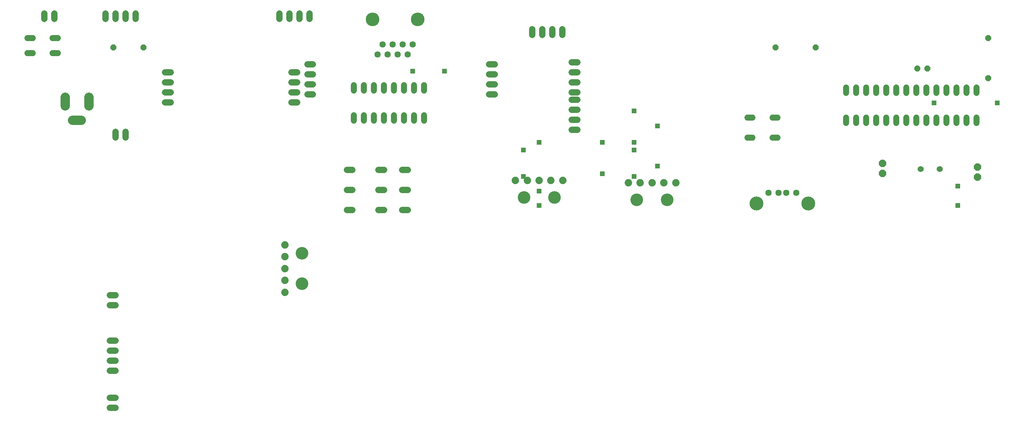
<source format=gts>
G75*
G70*
%OFA0B0*%
%FSLAX24Y24*%
%IPPOS*%
%LPD*%
%AMOC8*
5,1,8,0,0,1.08239X$1,22.5*
%
%ADD10C,0.0600*%
%ADD11OC8,0.0600*%
%ADD12OC8,0.0710*%
%ADD13C,0.0600*%
%ADD14C,0.0634*%
%ADD15C,0.1360*%
%ADD16C,0.0640*%
%ADD17C,0.1386*%
%ADD18C,0.0940*%
%ADD19C,0.0740*%
%ADD20C,0.1261*%
%ADD21R,0.0476X0.0476*%
D10*
X073370Y046480D02*
X073890Y046480D01*
X075870Y046480D02*
X076390Y046480D01*
X076390Y048480D02*
X075870Y048480D01*
X073890Y048480D02*
X073370Y048480D01*
X083217Y048468D02*
X083217Y047948D01*
X084217Y047948D02*
X084217Y048468D01*
X085217Y048468D02*
X085217Y047948D01*
X086217Y047948D02*
X086217Y048468D01*
X087217Y048468D02*
X087217Y047948D01*
X088217Y047948D02*
X088217Y048468D01*
X089217Y048468D02*
X089217Y047948D01*
X090217Y047948D02*
X090217Y048468D01*
X091217Y048468D02*
X091217Y047948D01*
X092217Y047948D02*
X092217Y048468D01*
X093217Y048468D02*
X093217Y047948D01*
X094217Y047948D02*
X094217Y048468D01*
X095217Y048468D02*
X095217Y047948D01*
X096217Y047948D02*
X096217Y048468D01*
X096217Y050948D02*
X096217Y051468D01*
X095217Y051468D02*
X095217Y050948D01*
X094217Y050948D02*
X094217Y051468D01*
X093217Y051468D02*
X093217Y050948D01*
X092217Y050948D02*
X092217Y051468D01*
X091217Y051468D02*
X091217Y050948D01*
X090217Y050948D02*
X090217Y051468D01*
X089217Y051468D02*
X089217Y050948D01*
X088217Y050948D02*
X088217Y051468D01*
X087217Y051468D02*
X087217Y050948D01*
X086217Y050948D02*
X086217Y051468D01*
X085217Y051468D02*
X085217Y050948D01*
X084217Y050948D02*
X084217Y051468D01*
X083217Y051468D02*
X083217Y050948D01*
X041150Y051196D02*
X041150Y051716D01*
X040150Y051716D02*
X040150Y051196D01*
X039150Y051196D02*
X039150Y051716D01*
X038150Y051716D02*
X038150Y051196D01*
X037150Y051196D02*
X037150Y051716D01*
X036150Y051716D02*
X036150Y051196D01*
X035150Y051196D02*
X035150Y051716D01*
X034150Y051716D02*
X034150Y051196D01*
X034150Y048716D02*
X034150Y048196D01*
X035150Y048196D02*
X035150Y048716D01*
X036150Y048716D02*
X036150Y048196D01*
X037150Y048196D02*
X037150Y048716D01*
X038150Y048716D02*
X038150Y048196D01*
X039150Y048196D02*
X039150Y048716D01*
X040150Y048716D02*
X040150Y048196D01*
X041150Y048196D02*
X041150Y048716D01*
X004627Y054929D02*
X004107Y054929D01*
X004107Y056429D02*
X004627Y056429D01*
X002127Y056429D02*
X001607Y056429D01*
X001607Y054929D02*
X002127Y054929D01*
D11*
X010166Y055468D03*
X013166Y055468D03*
X076182Y055484D03*
X080182Y055484D03*
X090308Y053378D03*
X091308Y053378D03*
X097371Y052421D03*
X097371Y056421D03*
D12*
X086847Y043909D03*
X086847Y042909D03*
X096296Y042547D03*
X096296Y043547D03*
D13*
X092533Y043342D03*
X090633Y043342D03*
D14*
X078237Y040980D03*
X077252Y040980D03*
X076465Y040980D03*
X075481Y040980D03*
X040026Y055767D03*
X039026Y055767D03*
X038026Y055767D03*
X037026Y055767D03*
X036526Y054767D03*
X037526Y054767D03*
X038526Y054767D03*
X039526Y054767D03*
D15*
X040526Y058267D03*
X036026Y058267D03*
D16*
X010371Y019535D02*
X009811Y019535D01*
X009811Y020535D02*
X010371Y020535D01*
X010371Y023259D02*
X009811Y023259D01*
X009811Y024259D02*
X010371Y024259D01*
X010371Y025259D02*
X009811Y025259D01*
X009811Y026259D02*
X010371Y026259D01*
X010371Y029771D02*
X009811Y029771D01*
X009811Y030771D02*
X010371Y030771D01*
X033433Y039295D02*
X033993Y039295D01*
X036583Y039295D02*
X037143Y039295D01*
X038945Y039295D02*
X039505Y039295D01*
X039505Y041295D02*
X038945Y041295D01*
X037143Y041295D02*
X036583Y041295D01*
X033993Y041295D02*
X033433Y041295D01*
X033433Y043295D02*
X033993Y043295D01*
X036583Y043295D02*
X037143Y043295D01*
X038945Y043295D02*
X039505Y043295D01*
X028481Y050031D02*
X027921Y050031D01*
X029496Y050819D02*
X030056Y050819D01*
X030056Y051819D02*
X029496Y051819D01*
X029496Y052819D02*
X030056Y052819D01*
X030056Y053819D02*
X029496Y053819D01*
X028481Y053031D02*
X027921Y053031D01*
X027921Y052031D02*
X028481Y052031D01*
X028481Y051031D02*
X027921Y051031D01*
X027701Y058338D02*
X027701Y058898D01*
X026701Y058898D02*
X026701Y058338D01*
X028701Y058338D02*
X028701Y058898D01*
X029701Y058898D02*
X029701Y058338D01*
X015883Y053031D02*
X015323Y053031D01*
X015323Y052031D02*
X015883Y052031D01*
X015883Y051031D02*
X015323Y051031D01*
X015323Y050031D02*
X015883Y050031D01*
X011378Y047087D02*
X011378Y046527D01*
X010378Y046527D02*
X010378Y047087D01*
X010378Y058338D02*
X010378Y058898D01*
X009378Y058898D02*
X009378Y058338D01*
X011378Y058338D02*
X011378Y058898D01*
X012378Y058898D02*
X012378Y058338D01*
X004292Y058338D02*
X004292Y058898D01*
X003292Y058898D02*
X003292Y058338D01*
X047606Y053819D02*
X048166Y053819D01*
X048166Y052819D02*
X047606Y052819D01*
X047606Y051819D02*
X048166Y051819D01*
X048166Y050819D02*
X047606Y050819D01*
X055858Y051007D02*
X056418Y051007D01*
X056418Y050295D02*
X055858Y050295D01*
X055858Y049295D02*
X056418Y049295D01*
X056418Y048295D02*
X055858Y048295D01*
X055858Y047295D02*
X056418Y047295D01*
X056418Y052007D02*
X055858Y052007D01*
X055858Y053007D02*
X056418Y053007D01*
X056418Y054007D02*
X055858Y054007D01*
X054898Y056763D02*
X054898Y057323D01*
X053898Y057323D02*
X053898Y056763D01*
X052898Y056763D02*
X052898Y057323D01*
X051898Y057323D02*
X051898Y056763D01*
D17*
X074272Y039913D03*
X079445Y039913D03*
D18*
X007733Y049664D02*
X007733Y050524D01*
X005371Y050524D02*
X005371Y049664D01*
X006122Y048204D02*
X006982Y048204D01*
D19*
X027288Y035783D03*
X027288Y034602D03*
X027288Y033421D03*
X027288Y032240D03*
X027288Y031059D03*
X050249Y042208D03*
X051430Y042208D03*
X052611Y042208D03*
X053792Y042208D03*
X054973Y042208D03*
X061508Y041972D03*
X062690Y041972D03*
X063871Y041972D03*
X065052Y041972D03*
X066233Y041972D03*
D20*
X065386Y040271D03*
X062355Y040271D03*
X054127Y040507D03*
X051095Y040507D03*
X028989Y034937D03*
X028989Y031905D03*
D21*
X051036Y042602D03*
X052611Y041161D03*
X052611Y039720D03*
X058910Y042870D03*
X062060Y042602D03*
X064422Y043657D03*
X062060Y045232D03*
X062060Y046019D03*
X064422Y047661D03*
X062060Y049161D03*
X058910Y046019D03*
X052611Y046019D03*
X051036Y045232D03*
X043162Y053106D03*
X040012Y053106D03*
X091981Y049956D03*
X098280Y049956D03*
X094343Y041661D03*
X094343Y039720D03*
M02*

</source>
